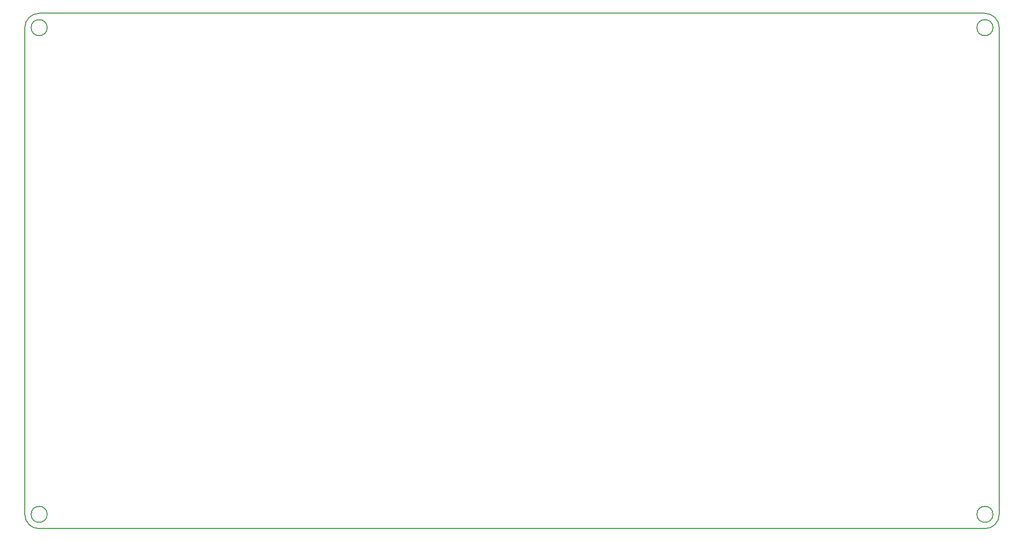
<source format=gbr>
%TF.GenerationSoftware,KiCad,Pcbnew,(5.1.10)-1*%
%TF.CreationDate,2021-12-17T20:29:05+09:00*%
%TF.ProjectId,KiCAD_Gentlman_V5.3,4b694341-445f-4476-956e-746c6d616e5f,rev?*%
%TF.SameCoordinates,Original*%
%TF.FileFunction,Profile,NP*%
%FSLAX46Y46*%
G04 Gerber Fmt 4.6, Leading zero omitted, Abs format (unit mm)*
G04 Created by KiCad (PCBNEW (5.1.10)-1) date 2021-12-17 20:29:05*
%MOMM*%
%LPD*%
G01*
G04 APERTURE LIST*
%TA.AperFunction,Profile*%
%ADD10C,0.150000*%
%TD*%
G04 APERTURE END LIST*
D10*
X22500000Y-110000000D02*
G75*
G02*
X20000000Y-107500000I0J2500000D01*
G01*
X23900000Y-107500000D02*
G75*
G03*
X23900000Y-107500000I-1400000J0D01*
G01*
X190000000Y-107500000D02*
G75*
G02*
X187500000Y-110000000I-2500000J0D01*
G01*
X188900000Y-107500000D02*
G75*
G03*
X188900000Y-107500000I-1400000J0D01*
G01*
X187500000Y-20000000D02*
G75*
G02*
X190000000Y-22500000I0J-2500000D01*
G01*
X188900000Y-22500000D02*
G75*
G03*
X188900000Y-22500000I-1400000J0D01*
G01*
X20000000Y-22500000D02*
G75*
G02*
X22500000Y-20000000I2500000J0D01*
G01*
X23900000Y-22500000D02*
G75*
G03*
X23900000Y-22500000I-1400000J0D01*
G01*
X187500000Y-20000000D02*
X22500000Y-20000000D01*
X190000000Y-107500000D02*
X190000000Y-22500000D01*
X22500000Y-110000000D02*
X187500000Y-110000000D01*
X20000000Y-22500000D02*
X20000000Y-107500000D01*
M02*

</source>
